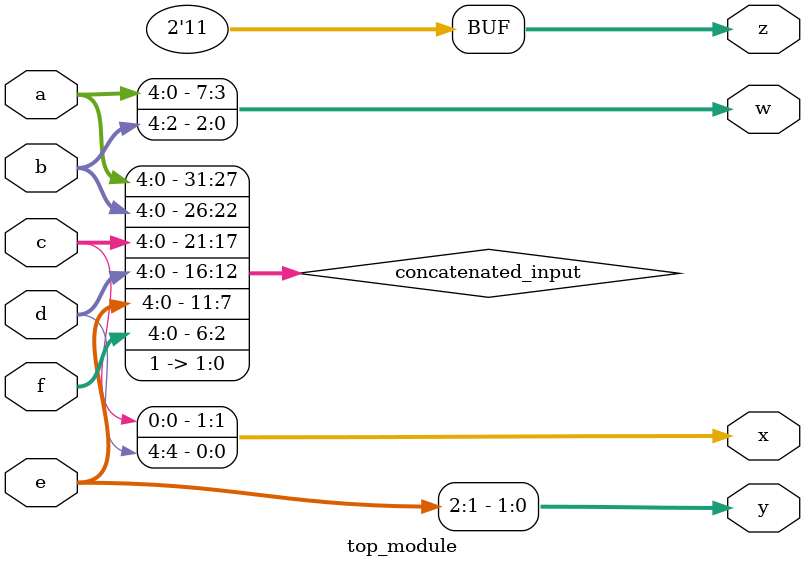
<source format=sv>
module top_module (
    input [4:0] a,
    input [4:0] b,
    input [4:0] c,
    input [4:0] d,
    input [4:0] e,
    input [4:0] f,
    output [7:0] w,
    output [7:8] x,
    output [7:8] y,
    output [7:8] z
);
    // Concatenating input vectors and adding two 1 bits at the LSB positions
    wire [31:0] concatenated_input;
    assign concatenated_input = {a, b, c, d, e, f, 2'b11};
    
    // Split the concatenated input into four 8-bit output vectors
    assign w = concatenated_input[31:24];
    assign x = concatenated_input[23:16];
    assign y = concatenated_input[15:8];
    assign z = concatenated_input[7:0];

endmodule

</source>
